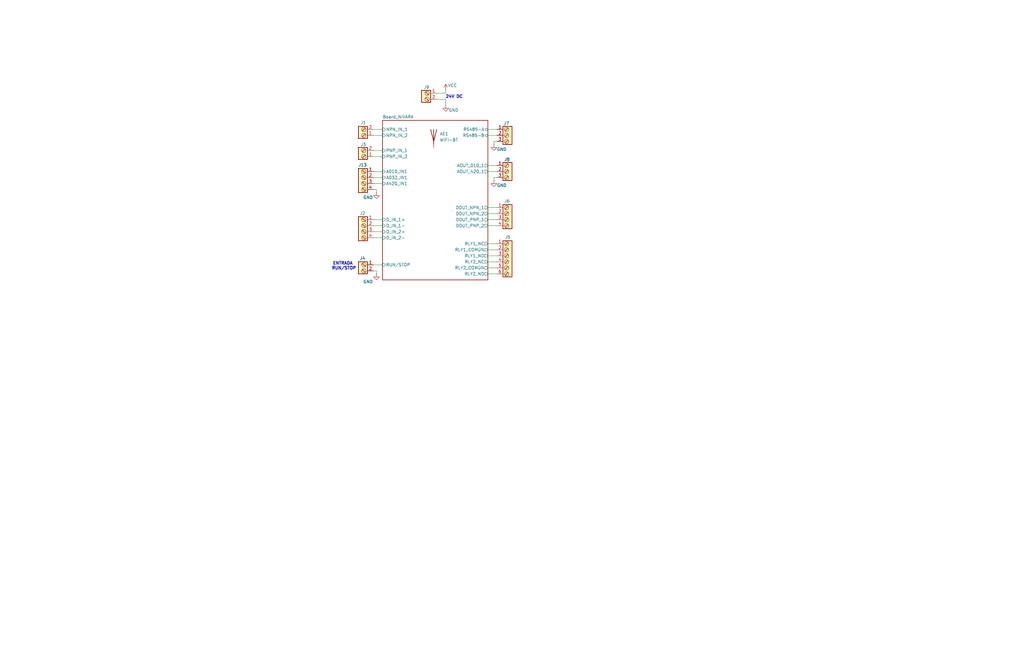
<source format=kicad_sch>
(kicad_sch (version 20250114) (generator "eeschema") (generator_version "9.0")
  (paper "USLedger")
  (title_block (title "NIVARA CONTROLS") (date "2025-06-11") (rev "1.0") (company "ELECTIVA ITLA"))
  (lib_symbols
    (symbol "Device:Antenna" (pin_numbers (hide yes)) (pin_names (offset 1.016) (hide yes))
      (property "Reference" "AE" (at -1.905 1.905 0))
      (property "Value" "Antenna" (at -1.905 0 0))
      (symbol "Antenna_0_1"
        (polyline (pts (xy 0 2.54) (xy 0 -3.81)) (stroke (width 0.254)))
        (polyline (pts (xy 1.27 2.54) (xy 0 -2.54) (xy -1.27 2.54)) (stroke (width 0.254)))
      )
      (symbol "Antenna_1_1"
        (pin input line (at 0 -5.08 90) (length 2.54) (name "A") (number "1"))
      )
    )
    (symbol "PCM_SL_Screw_Terminal:Screw_Terminal_2_P5.00mm"
      (property "Reference" "J" (at 0 3.81 0))
      (property "Value" "Screw_Terminal_2_P5.00mm" (at 0 -3.81 0))
      (symbol "Screw_Terminal_2_P5.00mm_0_1"
        (rectangle (start -1.27 2.54) (end 2.54 -2.54) (stroke (width 0.3)) (fill (type background)))
        (polyline (pts (xy -0.254 0.508) (xy 1.016 1.778)))
        (polyline (pts (xy -0.254 -2.032) (xy 1.016 -0.762)))
        (polyline (pts (xy 0 1.27) (xy -0.508 0.762) (xy 0.762 2.032)))
        (polyline (pts (xy 0 -1.27) (xy -0.508 -1.778) (xy 0.762 -0.508)))
        (circle (center 0.254 1.27) (radius 0.9158))
        (circle (center 0.254 -1.27) (radius 0.9158))
      )
      (symbol "Screw_Terminal_2_P5.00mm_1_1"
        (pin passive line (at -3.81 1.27 0) (length 2.54) (name "") (number "1"))
        (pin passive line (at -3.81 -1.27 0) (length 2.54) (name "") (number "2"))
      )
    )
    (symbol "PCM_SL_Screw_Terminal:Screw_Terminal_3_P5.00mm"
      (property "Reference" "J" (at 0 5.842 0))
      (property "Value" "Screw_Terminal_3_P5.00mm" (at 1.27 -5.588 0))
      (symbol "Screw_Terminal_3_P5.00mm_0_1"
        (rectangle (start -1.27 3.81) (end 2.54 -3.81) (stroke (width 0.3)) (fill (type background)))
        (polyline (pts (xy -0.254 1.778) (xy 1.016 3.048)))
        (polyline (pts (xy -0.254 -0.762) (xy 1.016 0.508)))
        (polyline (pts (xy -0.254 -3.302) (xy 1.016 -2.032)))
        (polyline (pts (xy 0 2.54) (xy -0.508 2.032) (xy 0.762 3.302)))
        (polyline (pts (xy 0 0) (xy -0.508 -0.508) (xy 0.762 0.762)))
        (polyline (pts (xy 0 -2.54) (xy -0.508 -3.048) (xy 0.762 -1.778)))
        (circle (center 0.254 2.54) (radius 0.9158))
        (circle (center 0.254 0) (radius 0.9158))
        (circle (center 0.254 -2.54) (radius 0.9158))
      )
      (symbol "Screw_Terminal_3_P5.00mm_1_1"
        (pin passive line (at -3.81 2.54 0) (length 2.54) (name "") (number "1"))
        (pin passive line (at -3.81 0 0) (length 2.54) (name "") (number "2"))
        (pin passive line (at -3.81 -2.54 0) (length 2.54) (name "") (number "3"))
      )
    )
    (symbol "PCM_SL_Screw_Terminal:Screw_Terminal_4_P5.00mm"
      (property "Reference" "J" (at 0 6.35 0))
      (property "Value" "Screw_Terminal_4_P5.00mm" (at 1.27 -6.35 0))
      (symbol "Screw_Terminal_4_P5.00mm_0_1"
        (rectangle (start -1.27 5.08) (end 2.54 -5.08) (stroke (width 0.3)) (fill (type background)))
        (polyline (pts (xy -0.254 3.048) (xy 1.016 4.318)))
        (polyline (pts (xy -0.254 0.508) (xy 1.016 1.778)))
        (polyline (pts (xy -0.254 -2.032) (xy 1.016 -0.762)))
        (polyline (pts (xy -0.254 -4.572) (xy 1.016 -3.302)))
        (polyline (pts (xy 0 3.81) (xy -0.508 3.302) (xy 0.762 4.572)))
        (polyline (pts (xy 0 1.27) (xy -0.508 0.762) (xy 0.762 2.032)))
        (polyline (pts (xy 0 -1.27) (xy -0.508 -1.778) (xy 0.762 -0.508)))
        (polyline (pts (xy 0 -3.81) (xy -0.508 -4.318) (xy 0.762 -3.048)))
        (circle (center 0.254 3.81) (radius 0.9158))
        (circle (center 0.254 1.27) (radius 0.9158))
        (circle (center 0.254 -1.27) (radius 0.9158))
        (circle (center 0.254 -3.81) (radius 0.9158))
      )
      (symbol "Screw_Terminal_4_P5.00mm_1_1"
        (pin passive line (at -3.81 3.81 0) (length 2.54) (name "") (number "1"))
        (pin passive line (at -3.81 1.27 0) (length 2.54) (name "") (number "2"))
        (pin passive line (at -3.81 -1.27 0) (length 2.54) (name "") (number "3"))
        (pin passive line (at -3.81 -3.81 0) (length 2.54) (name "") (number "4"))
      )
    )
    (symbol "PCM_SL_Screw_Terminal:Screw_Terminal_6_P5.00mm"
      (property "Reference" "J" (at 0 8.89 0))
      (property "Value" "Screw_Terminal_6_P5.00mm" (at 1.27 -8.89 0))
      (symbol "Screw_Terminal_6_P5.00mm_0_1"
        (rectangle (start -1.27 7.62) (end 2.54 -7.62) (stroke (width 0.3)) (fill (type background)))
        (polyline (pts (xy -0.254 5.588) (xy 1.016 6.858)))
        (polyline (pts (xy -0.254 3.048) (xy 1.016 4.318)))
        (polyline (pts (xy -0.254 0.508) (xy 1.016 1.778)))
        (polyline (pts (xy -0.254 -2.032) (xy 1.016 -0.762)))
        (polyline (pts (xy -0.254 -4.572) (xy 1.016 -3.302)))
        (polyline (pts (xy -0.254 -7.112) (xy 1.016 -5.842)))
        (polyline (pts (xy 0 6.35) (xy -0.508 5.842) (xy 0.762 7.112)))
        (polyline (pts (xy 0 3.81) (xy -0.508 3.302) (xy 0.762 4.572)))
        (polyline (pts (xy 0 1.27) (xy -0.508 0.762) (xy 0.762 2.032)))
        (polyline (pts (xy 0 -1.27) (xy -0.508 -1.778) (xy 0.762 -0.508)))
        (polyline (pts (xy 0 -3.81) (xy -0.508 -4.318) (xy 0.762 -3.048)))
        (polyline (pts (xy 0 -6.35) (xy -0.508 -6.858) (xy 0.762 -5.588)))
        (circle (center 0.254 6.35) (radius 0.9158))
        (circle (center 0.254 3.81) (radius 0.9158))
        (circle (center 0.254 1.27) (radius 0.9158))
        (circle (center 0.254 -1.27) (radius 0.9158))
        (circle (center 0.254 -3.81) (radius 0.9158))
        (circle (center 0.254 -6.35) (radius 0.9158))
      )
      (symbol "Screw_Terminal_6_P5.00mm_1_1"
        (pin passive line (at -3.81 6.35 0) (length 2.54) (name "") (number "1"))
        (pin passive line (at -3.81 3.81 0) (length 2.54) (name "") (number "2"))
        (pin passive line (at -3.81 1.27 0) (length 2.54) (name "") (number "3"))
        (pin passive line (at -3.81 -1.27 0) (length 2.54) (name "") (number "4"))
        (pin passive line (at -3.81 -3.81 0) (length 2.54) (name "") (number "5"))
        (pin passive line (at -3.81 -6.35 0) (length 2.54) (name "") (number "6"))
      )
    )
    (symbol "power:GND" (power) (pin_numbers (hide yes)) (pin_names (offset 0) (hide yes))
      (property "Value" "GND" (at 0 -3.81 0))
      (symbol "GND_0_1"
        (polyline (pts (xy 0 0) (xy 0 -1.27) (xy 1.27 -1.27) (xy 0 -2.54) (xy -1.27 -1.27) (xy 0 -1.27)))
      )
      (symbol "GND_1_1"
        (pin power_in line (at 0 0 270) (length 0) (name "~") (number "1"))
      )
    )
    (symbol "power:VCC" (power) (pin_numbers (hide yes)) (pin_names (offset 0) (hide yes))
      (property "Value" "VCC" (at 0 3.556 0))
      (symbol "VCC_0_1"
        (polyline (pts (xy -0.762 1.27) (xy 0 2.54)))
        (polyline (pts (xy 0 2.54) (xy 0.762 1.27)))
        (polyline (pts (xy 0 0) (xy 0 2.54)))
      )
      (symbol "VCC_1_1"
        (pin power_in line (at 0 0 90) (length 0) (name "~") (number "1"))
      )
    )
  )
  (text "24V DC" (at 191.516 40.894 0) (effects (font (size 1.27 1.27) (thickness 0.254) (bold yes))))
  (text "ENTRADA \nRUN/STOP" (at 145.034 112.268 0) (effects (font (size 1.27 1.27) (thickness 0.254) (bold yes))))
  (wire (pts (xy 208.28 74.93) (xy 209.55 74.93)))
  (wire (pts (xy 158.75 114.3) (xy 158.75 115.57)))
  (wire (pts (xy 205.74 102.87) (xy 209.55 102.87)))
  (wire (pts (xy 205.74 110.49) (xy 209.55 110.49)))
  (wire (pts (xy 157.48 111.76) (xy 161.29 111.76)))
  (wire (pts (xy 205.74 90.17) (xy 209.55 90.17)))
  (wire (pts (xy 205.74 87.63) (xy 209.55 87.63)))
  (wire (pts (xy 157.48 72.39) (xy 161.29 72.39)))
  (wire (pts (xy 157.48 100.33) (xy 161.29 100.33)))
  (wire (pts (xy 158.75 80.01) (xy 158.75 81.28)))
  (wire (pts (xy 205.74 54.61) (xy 209.55 54.61)))
  (wire (pts (xy 205.74 92.71) (xy 209.55 92.71)))
  (wire (pts (xy 157.48 57.15) (xy 161.29 57.15)))
  (wire (pts (xy 187.96 41.91) (xy 187.96 44.45)))
  (wire (pts (xy 157.48 54.61) (xy 161.29 54.61)))
  (wire (pts (xy 157.48 114.3) (xy 158.75 114.3)))
  (wire (pts (xy 184.15 41.91) (xy 187.96 41.91)))
  (wire (pts (xy 205.74 105.41) (xy 209.55 105.41)))
  (wire (pts (xy 205.74 72.39) (xy 209.55 72.39)))
  (wire (pts (xy 208.28 76.2) (xy 208.28 74.93)))
  (wire (pts (xy 208.28 59.69) (xy 209.55 59.69)))
  (wire (pts (xy 205.74 95.25) (xy 209.55 95.25)))
  (wire (pts (xy 205.74 69.85) (xy 209.55 69.85)))
  (wire (pts (xy 157.48 74.93) (xy 161.29 74.93)))
  (wire (pts (xy 157.48 66.04) (xy 161.29 66.04)))
  (wire (pts (xy 187.96 38.1) (xy 187.96 39.37)))
  (wire (pts (xy 157.48 92.71) (xy 161.29 92.71)))
  (wire (pts (xy 205.74 107.95) (xy 209.55 107.95)))
  (wire (pts (xy 157.48 77.47) (xy 161.29 77.47)))
  (wire (pts (xy 205.74 115.57) (xy 209.55 115.57)))
  (wire (pts (xy 187.96 39.37) (xy 184.15 39.37)))
  (wire (pts (xy 157.48 80.01) (xy 158.75 80.01)))
  (wire (pts (xy 157.48 63.5) (xy 161.29 63.5)))
  (wire (pts (xy 205.74 57.15) (xy 209.55 57.15)))
  (wire (pts (xy 208.28 60.96) (xy 208.28 59.69)))
  (wire (pts (xy 157.48 97.79) (xy 161.29 97.79)))
  (wire (pts (xy 205.74 113.03) (xy 209.55 113.03)))
  (wire (pts (xy 157.48 95.25) (xy 161.29 95.25)))
  (symbol (lib_id "power:VCC") (at 187.96 38.1 0) (unit 1)
    (property "Reference" "#PWR02" (effects (hide yes)))
    (property "Value" "VCC" (at 190.754 36.068 0))
    (property "Description" "Power symbol creates a global label with name \"VCC\"" (effects (hide yes)))
  )
  (symbol (lib_id "PCM_SL_Screw_Terminal:Screw_Terminal_2_P5.00mm") (at 180.34 40.64 0) (mirror y) (unit 1)
    (property "Reference" "J9" (at 179.832 36.83 0))
    (property "Value" "Screw_Terminal_2_P5.00mm" (effects (hide yes)))
    (property "Footprint" "TerminalBlock_Phoenix:TerminalBlock_Phoenix_PT-1,5-2-5.0-H_1x02_P5.00mm_Horizontal" (effects (hide yes)))
  )
  (symbol (lib_id "PCM_SL_Screw_Terminal:Screw_Terminal_4_P5.00mm") (at 213.36 91.44 0) (unit 1)
    (property "Reference" "J6" (at 212.598 84.836 0) (effects (justify left)))
    (property "Value" "Screw_Terminal_4_P5.00mm" (effects (hide yes)))
    (property "Footprint" "TerminalBlock_Phoenix:TerminalBlock_Phoenix_PT-1,5-4-5.0-H_1x04_P5.00mm_Horizontal" (effects (hide yes)))
  )
  (symbol (lib_id "PCM_SL_Screw_Terminal:Screw_Terminal_6_P5.00mm") (at 213.36 109.22 0) (unit 1)
    (property "Reference" "J5" (at 212.852 100.076 0) (effects (justify left)))
    (property "Value" "Screw_Terminal_6_P5.00mm" (effects (hide yes)))
    (property "Footprint" "TerminalBlock_Phoenix:TerminalBlock_Phoenix_PT-1,5-6-5.0-H_1x06_P5.00mm_Horizontal" (effects (hide yes)))
  )
  (symbol (lib_id "PCM_SL_Screw_Terminal:Screw_Terminal_2_P5.00mm") (at 153.67 64.77 180) (unit 1)
    (property "Reference" "J3" (at 153.162 60.96 0))
    (property "Value" "Screw_Terminal_2_P5.00mm" (effects (hide yes)))
    (property "Footprint" "TerminalBlock_Phoenix:TerminalBlock_Phoenix_PT-1,5-2-5.0-H_1x02_P5.00mm_Horizontal" (effects (hide yes)))
  )
  (symbol (lib_id "PCM_SL_Screw_Terminal:Screw_Terminal_2_P5.00mm") (at 153.67 113.03 0) (mirror y) (unit 1)
    (property "Reference" "J4" (at 152.908 108.966 0))
    (property "Value" "Screw_Terminal_2_P5.00mm" (effects (hide yes)))
    (property "Footprint" "TerminalBlock_Phoenix:TerminalBlock_Phoenix_PT-1,5-2-5.0-H_1x02_P5.00mm_Horizontal" (effects (hide yes)))
  )
  (symbol (lib_id "Device:Antenna") (at 182.88 57.15 0) (unit 1) (on_board no)
    (property "Reference" "AE1" (at 185.42 56.5149 0) (effects (justify left)))
    (property "Value" "WIFI-BT" (at 185.42 59.0549 0) (effects (justify left)))
    (property "Description" "Antenna" (effects (hide yes)))
  )
  (symbol (lib_id "PCM_SL_Screw_Terminal:Screw_Terminal_4_P5.00mm") (at 153.67 96.52 0) (mirror y) (unit 1)
    (property "Reference" "J2" (at 152.908 89.916 0))
    (property "Value" "Screw_Terminal_4_P5.00mm" (effects (hide yes)))
    (property "Footprint" "TerminalBlock_Phoenix:TerminalBlock_Phoenix_PT-1,5-4-5.0-H_1x04_P5.00mm_Horizontal" (effects (hide yes)))
  )
  (symbol (lib_id "PCM_SL_Screw_Terminal:Screw_Terminal_3_P5.00mm") (at 213.36 72.39 0) (unit 1)
    (property "Reference" "J8" (at 212.598 67.31 0) (effects (justify left)))
    (property "Value" "Screw_Terminal_3_P5.00mm" (effects (hide yes)))
    (property "Footprint" "TerminalBlock_Phoenix:TerminalBlock_Phoenix_PT-1,5-3-5.0-H_1x03_P5.00mm_Horizontal" (effects (hide yes)))
  )
  (symbol (lib_id "PCM_SL_Screw_Terminal:Screw_Terminal_4_P5.00mm") (at 153.67 76.2 0) (mirror y) (unit 1)
    (property "Reference" "J13" (at 152.908 69.596 0))
    (property "Value" "Screw_Terminal_4_P5.00mm" (effects (hide yes)))
    (property "Footprint" "TerminalBlock_Phoenix:TerminalBlock_Phoenix_PT-1,5-4-5.0-H_1x04_P5.00mm_Horizontal" (effects (hide yes)))
  )
  (symbol (lib_id "power:GND") (at 187.96 44.45 0) (unit 1)
    (property "Reference" "#PWR01" (effects (hide yes)))
    (property "Value" "GND" (at 191.262 46.482 0))
    (property "Description" "Power symbol creates a global label with name \"GND\" , ground" (effects (hide yes)))
  )
  (symbol (lib_id "power:GND") (at 158.75 115.57 0) (unit 1)
    (property "Reference" "#PWR05" (effects (hide yes)))
    (property "Value" "GND" (at 155.194 118.872 0))
    (property "Description" "Power symbol creates a global label with name \"GND\" , ground" (effects (hide yes)))
  )
  (symbol (lib_id "power:GND") (at 158.75 81.28 0) (unit 1)
    (property "Reference" "#PWR04" (effects (hide yes)))
    (property "Value" "GND" (at 155.194 83.312 0))
    (property "Description" "Power symbol creates a global label with name \"GND\" , ground" (effects (hide yes)))
  )
  (symbol (lib_id "PCM_SL_Screw_Terminal:Screw_Terminal_3_P5.00mm") (at 213.36 57.15 0) (unit 1)
    (property "Reference" "J7" (at 212.344 52.07 0) (effects (justify left)))
    (property "Value" "Screw_Terminal_3_P5.00mm" (effects (hide yes)))
    (property "Footprint" "TerminalBlock_Phoenix:TerminalBlock_Phoenix_PT-1,5-3-5.0-H_1x03_P5.00mm_Horizontal" (effects (hide yes)))
  )
  (symbol (lib_id "power:GND") (at 208.28 60.96 0) (unit 1)
    (property "Reference" "#PWR07" (effects (hide yes)))
    (property "Value" "GND" (at 211.582 62.992 0))
    (property "Description" "Power symbol creates a global label with name \"GND\" , ground" (effects (hide yes)))
  )
  (symbol (lib_id "PCM_SL_Screw_Terminal:Screw_Terminal_2_P5.00mm") (at 153.67 55.88 180) (unit 1)
    (property "Reference" "J1" (at 153.162 51.816 0))
    (property "Value" "Screw_Terminal_2_P5.00mm" (effects (hide yes)))
    (property "Footprint" "TerminalBlock_Phoenix:TerminalBlock_Phoenix_PT-1,5-2-5.0-H_1x02_P5.00mm_Horizontal" (effects (hide yes)))
  )
  (symbol (lib_id "power:GND") (at 208.28 76.2 0) (unit 1)
    (property "Reference" "#PWR06" (effects (hide yes)))
    (property "Value" "GND" (at 211.582 78.232 0))
    (property "Description" "Power symbol creates a global label with name \"GND\" , ground" (effects (hide yes)))
  )
  (sheet (at 161.29 50.8) (size 44.45 67.31) (stroke (width 0.1524))
    (property "Sheetname" "Board_NIVARA" (at 161.29 50.0884 0) (effects (justify left bottom)))
    (property "Sheetfile" "Board_NIVARA.kicad_sch" (effects (hide yes)))
    (pin "A010_IN1" input (at 161.29 72.39 180))
    (pin "A032_IN1" input (at 161.29 74.93 180))
    (pin "A420_IN1" input (at 161.29 77.47 180))
    (pin "AOUT_010_1" output (at 205.74 69.85 0))
    (pin "AOUT_420_1" output (at 205.74 72.39 0))
    (pin "NPN_IN_1" input (at 161.29 54.61 180))
    (pin "NPN_IN_2" input (at 161.29 57.15 180))
    (pin "PNP_IN_1" input (at 161.29 63.5 180))
    (pin "PNP_IN_2" input (at 161.29 66.04 180))
    (pin "RLY1_COMÚN" output (at 205.74 105.41 0))
    (pin "RLY1_NC" output (at 205.74 102.87 0))
    (pin "RLY1_NO" output (at 205.74 107.95 0))
    (pin "RLY2_COMÚN" output (at 205.74 113.03 0))
    (pin "RLY2_NC" output (at 205.74 110.49 0))
    (pin "RLY2_NO" output (at 205.74 115.57 0))
    (pin "RS485-A" bidirectional (at 205.74 54.61 0))
    (pin "RS485-B" bidirectional (at 205.74 57.15 0))
    (pin "RUN{slash}STOP" input (at 161.29 111.76 180))
    (pin "DOUT_NPN_1" output (at 205.74 87.63 0))
    (pin "DOUT_NPN_2" output (at 205.74 90.17 0))
    (pin "DOUT_PNP_1" output (at 205.74 92.71 0))
    (pin "DOUT_PNP_2" output (at 205.74 95.25 0))
    (pin "D_IN_1+" input (at 161.29 92.71 180))
    (pin "D_IN_1-" input (at 161.29 95.25 180))
    (pin "D_IN_2+" input (at 161.29 97.79 180))
    (pin "D_IN_2-" input (at 161.29 100.33 180))
  )
)
</source>
